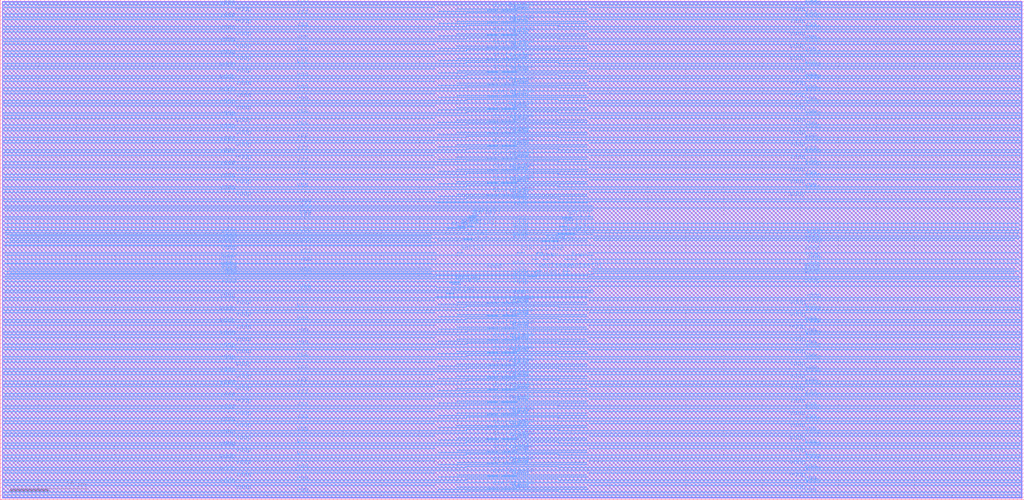
<source format=lef>
#############################################################################################
## Intel Confidential                                                                      ##
#############################################################################################
## Copyright 2022 Intel Corporation. The information contained herein is the proprietary   ##
## and confidential information of Intel or its licensors, and is supplied subject to, and ##
## may be used only in accordance with, previously executed agreements with Intel.         ##
## EXCEPT AS MAY OTHERWISE BE AGREED IN WRITING: (1) ALL MATERIALS FURNISHED BY INTEL      ##
## HEREUNDER ARE PROVIDED "AS IS" WITHOUT WARRANTY OF ANY KIND; (2) INTEL SPECIFICALLY     ##
## DISCLAIMS ANY WARRANTY OF NONINFRINGEMENT, FITNESS FOR A PARTICULAR PURPOSE OR          ##
## MERCHANTABILITY; AND (3) INTEL WILL NOT BE LIABLE FOR ANY COSTS OF PROCUREMENT OF       ##
## SUBSTITUTES, LOSS OF PROFITS, INTERRUPTION OF BUSINESS, OR FOR ANY OTHER SPECIAL,       ##
## CONSEQUENTIAL OR INCIDENTAL DAMAGES, HOWEVER CAUSED, WHETHER FOR BREACH OF WARRANTY,    ##
## CONTRACT, TORT, NEGLIGENCE, STRICT LIABILITY OR OTHERWISE.                              ##
#############################################################################################
#############################################################################################
##                                                                                         ##
##  Vendor:                Intel Corporation                                               ##
##  Product:               ip224uhdlp1p11rf                                                ##
##  Version:               r1.0.1                                                          ##
##  Technology:            p1222.4                                                         ##
##  Celltype:              MemoryIP                                                        ##
##  IP Owner:              Intel CMO                                                       ##
##  Creation Time:         Wed Sep 14 2022 15:14:42                                        ##
##  Memory Name:           ip224uhdlp1p11rf_2048x32m4b2c1s0_t0r0p0d0a1m1h                  ##
##  Memory Name Generated: ip224uhdlp1p11rf_2048x32m4b2c1s0_t0r0p0d0a1m1h                  ##
##                                                                                         ##
#############################################################################################

VERSION 5.6 ;
BUSBITCHARS "[]" ;
DIVIDERCHAR "/" ;
UNITS
  DATABASE MICRONS 2000 ;
END UNITS
SITE ip224uhdlp1p11rf_2048x32m4b2c1s0_t0r0p0d0a1m1h
  SIZE 134.396 by 65.7 ;
  SYMMETRY X Y ;
  CLASS CORE ;
END ip224uhdlp1p11rf_2048x32m4b2c1s0_t0r0p0d0a1m1h


MACRO ip224uhdlp1p11rf_2048x32m4b2c1s0_t0r0p0d0a1m1h
     FOREIGN ip224uhdlp1p11rf_2048x32m4b2c1s0_t0r0p0d0a1m1h 0.00 0.00 ;
     ORIGIN 0.00 0.00 ;
     SIZE 134.396 by 65.7 ;
     SYMMETRY X Y ;
     CLASS BLOCK ;
     SITE ip224uhdlp1p11rf_2048x32m4b2c1s0_t0r0p0d0a1m1h ;
     PIN adr[0]
     DIRECTION input ;
          USE SIGNAL ;
          PORT
               LAYER m4 ;
               RECT 73.7555 37.004 74.9455 37.08 ;
          END
     END adr[0]
     PIN adr[10]
     DIRECTION input ;
          USE SIGNAL ;
          PORT
               LAYER m4 ;
               RECT 61.5735 37.3 62.525 37.376 ;
          END
     END adr[10]
     PIN adr[1]
     DIRECTION input ;
          USE SIGNAL ;
          PORT
               LAYER m4 ;
               RECT 73.3605 35.884 74.3475 35.96 ;
          END
     END adr[1]
     PIN adr[2]
     DIRECTION input ;
          USE SIGNAL ;
          PORT
               LAYER m4 ;
               RECT 73.186 34.928 74.36 35.004 ;
          END
     END adr[2]
     PIN adr[3]
     DIRECTION input ;
          USE SIGNAL ;
          PORT
               LAYER m4 ;
               RECT 74.44 34.928 75.39 35.004 ;
          END
     END adr[3]
     PIN adr[4]
     DIRECTION input ;
          USE SIGNAL ;
          PORT
               LAYER m4 ;
               RECT 58.641 27.04 59.598 27.116 ;
          END
     END adr[4]
     PIN adr[5]
     DIRECTION input ;
          USE SIGNAL ;
          PORT
               LAYER m4 ;
               RECT 59.9225 32.406 60.862 32.462 ;
          END
     END adr[5]
     PIN adr[6]
     DIRECTION input ;
          USE SIGNAL ;
          PORT
               LAYER m4 ;
               RECT 59.362 28.306 60.4255 28.382 ;
          END
     END adr[6]
     PIN adr[7]
     DIRECTION input ;
          USE SIGNAL ;
          PORT
               LAYER m4 ;
               RECT 58.988 28.456 60.337 28.532 ;
          END
     END adr[7]
     PIN adr[8]
     DIRECTION input ;
          USE SIGNAL ;
          PORT
               LAYER m4 ;
               RECT 61.291 35.884 62.2155 35.96 ;
          END
     END adr[8]
     PIN adr[9]
     DIRECTION input ;
          USE SIGNAL ;
          PORT
               LAYER m4 ;
               RECT 61.303 37.004 62.433 37.08 ;
          END
     END adr[9]
     PIN clkbyp
     DIRECTION input ;
          USE SIGNAL ;
          PORT
               LAYER m4 ;
               RECT 70.363 32.406 71.2155 32.462 ;
          END
     END clkbyp
     PIN din[0]
     DIRECTION input ;
          USE SIGNAL ;
          PORT
               LAYER m4 ;
               RECT 63.9205 64.268 65.283 64.376 ;
          END
     END din[0]
     PIN din[10]
     DIRECTION input ;
          USE SIGNAL ;
          PORT
               LAYER m4 ;
               RECT 63.9205 48.068 65.283 48.176 ;
          END
     END din[10]
     PIN din[11]
     DIRECTION input ;
          USE SIGNAL ;
          PORT
               LAYER m4 ;
               RECT 63.9205 46.448 65.283 46.556 ;
          END
     END din[11]
     PIN din[12]
     DIRECTION input ;
          USE SIGNAL ;
          PORT
               LAYER m4 ;
               RECT 63.9205 44.828 65.283 44.936 ;
          END
     END din[12]
     PIN din[13]
     DIRECTION input ;
          USE SIGNAL ;
          PORT
               LAYER m4 ;
               RECT 63.9205 43.208 65.283 43.316 ;
          END
     END din[13]
     PIN din[14]
     DIRECTION input ;
          USE SIGNAL ;
          PORT
               LAYER m4 ;
               RECT 63.9205 41.588 65.283 41.696 ;
          END
     END din[14]
     PIN din[15]
     DIRECTION input ;
          USE SIGNAL ;
          PORT
               LAYER m4 ;
               RECT 63.9205 39.968 65.283 40.076 ;
          END
     END din[15]
     PIN din[16]
     DIRECTION input ;
          USE SIGNAL ;
          PORT
               LAYER m4 ;
               RECT 63.9205 25.748 65.283 25.856 ;
          END
     END din[16]
     PIN din[17]
     DIRECTION input ;
          USE SIGNAL ;
          PORT
               LAYER m4 ;
               RECT 63.9205 24.128 65.283 24.236 ;
          END
     END din[17]
     PIN din[18]
     DIRECTION input ;
          USE SIGNAL ;
          PORT
               LAYER m4 ;
               RECT 63.9205 22.508 65.283 22.616 ;
          END
     END din[18]
     PIN din[19]
     DIRECTION input ;
          USE SIGNAL ;
          PORT
               LAYER m4 ;
               RECT 63.9205 20.888 65.283 20.996 ;
          END
     END din[19]
     PIN din[1]
     DIRECTION input ;
          USE SIGNAL ;
          PORT
               LAYER m4 ;
               RECT 63.9205 62.648 65.283 62.756 ;
          END
     END din[1]
     PIN din[20]
     DIRECTION input ;
          USE SIGNAL ;
          PORT
               LAYER m4 ;
               RECT 63.9205 19.268 65.283 19.376 ;
          END
     END din[20]
     PIN din[21]
     DIRECTION input ;
          USE SIGNAL ;
          PORT
               LAYER m4 ;
               RECT 63.9205 17.648 65.283 17.756 ;
          END
     END din[21]
     PIN din[22]
     DIRECTION input ;
          USE SIGNAL ;
          PORT
               LAYER m4 ;
               RECT 63.9205 16.028 65.283 16.136 ;
          END
     END din[22]
     PIN din[23]
     DIRECTION input ;
          USE SIGNAL ;
          PORT
               LAYER m4 ;
               RECT 63.9205 14.408 65.283 14.516 ;
          END
     END din[23]
     PIN din[24]
     DIRECTION input ;
          USE SIGNAL ;
          PORT
               LAYER m4 ;
               RECT 63.9205 12.788 65.283 12.896 ;
          END
     END din[24]
     PIN din[25]
     DIRECTION input ;
          USE SIGNAL ;
          PORT
               LAYER m4 ;
               RECT 63.9205 11.168 65.283 11.276 ;
          END
     END din[25]
     PIN din[26]
     DIRECTION input ;
          USE SIGNAL ;
          PORT
               LAYER m4 ;
               RECT 63.9205 9.548 65.283 9.656 ;
          END
     END din[26]
     PIN din[27]
     DIRECTION input ;
          USE SIGNAL ;
          PORT
               LAYER m4 ;
               RECT 63.9205 7.928 65.283 8.036 ;
          END
     END din[27]
     PIN din[28]
     DIRECTION input ;
          USE SIGNAL ;
          PORT
               LAYER m4 ;
               RECT 63.9205 6.308 65.283 6.416 ;
          END
     END din[28]
     PIN din[29]
     DIRECTION input ;
          USE SIGNAL ;
          PORT
               LAYER m4 ;
               RECT 63.9205 4.688 65.283 4.796 ;
          END
     END din[29]
     PIN din[2]
     DIRECTION input ;
          USE SIGNAL ;
          PORT
               LAYER m4 ;
               RECT 63.9205 61.028 65.283 61.136 ;
          END
     END din[2]
     PIN din[30]
     DIRECTION input ;
          USE SIGNAL ;
          PORT
               LAYER m4 ;
               RECT 63.9205 3.068 65.283 3.176 ;
          END
     END din[30]
     PIN din[31]
     DIRECTION input ;
          USE SIGNAL ;
          PORT
               LAYER m4 ;
               RECT 63.9205 1.448 65.283 1.556 ;
          END
     END din[31]
     PIN din[3]
     DIRECTION input ;
          USE SIGNAL ;
          PORT
               LAYER m4 ;
               RECT 63.9205 59.408 65.283 59.516 ;
          END
     END din[3]
     PIN din[4]
     DIRECTION input ;
          USE SIGNAL ;
          PORT
               LAYER m4 ;
               RECT 63.9205 57.788 65.283 57.896 ;
          END
     END din[4]
     PIN din[5]
     DIRECTION input ;
          USE SIGNAL ;
          PORT
               LAYER m4 ;
               RECT 63.9205 56.168 65.283 56.276 ;
          END
     END din[5]
     PIN din[6]
     DIRECTION input ;
          USE SIGNAL ;
          PORT
               LAYER m4 ;
               RECT 63.9205 54.548 65.283 54.656 ;
          END
     END din[6]
     PIN din[7]
     DIRECTION input ;
          USE SIGNAL ;
          PORT
               LAYER m4 ;
               RECT 63.9205 52.928 65.283 53.036 ;
          END
     END din[7]
     PIN din[8]
     DIRECTION input ;
          USE SIGNAL ;
          PORT
               LAYER m4 ;
               RECT 63.9205 51.308 65.283 51.416 ;
          END
     END din[8]
     PIN din[9]
     DIRECTION input ;
          USE SIGNAL ;
          PORT
               LAYER m4 ;
               RECT 63.9205 49.688 65.283 49.796 ;
          END
     END din[9]
     PIN fwen
     DIRECTION input ;
          USE SIGNAL ;
          PORT
               LAYER m4 ;
               RECT 74.0155 31.57 75.702 31.626 ;
          END
     END fwen
     PIN mc[0]
     DIRECTION input ;
          USE SIGNAL ;
          PORT
               LAYER m4 ;
               RECT 60.84 34.204 61.879 34.28 ;
          END
     END mc[0]
     PIN mc[1]
     DIRECTION input ;
          USE SIGNAL ;
          PORT
               LAYER m4 ;
               RECT 58.62 35.62 59.848 35.696 ;
          END
     END mc[1]
     PIN mc[2]
     DIRECTION input ;
          USE SIGNAL ;
          PORT
               LAYER m4 ;
               RECT 59.979 35.62 61.121 35.696 ;
          END
     END mc[2]
     PIN mcen
     DIRECTION input ;
          USE SIGNAL ;
          PORT
               LAYER m4 ;
               RECT 60.0765 35.884 61.013 35.96 ;
          END
     END mcen
     PIN q[0]
     DIRECTION output ;
          USE SIGNAL ;
          PORT
               LAYER m4 ;
               RECT 65.8185 64.268 67.7695 64.376 ;
          END
     END q[0]
     PIN q[10]
     DIRECTION output ;
          USE SIGNAL ;
          PORT
               LAYER m4 ;
               RECT 65.8185 48.068 67.7695 48.176 ;
          END
     END q[10]
     PIN q[11]
     DIRECTION output ;
          USE SIGNAL ;
          PORT
               LAYER m4 ;
               RECT 65.8185 46.448 67.7695 46.556 ;
          END
     END q[11]
     PIN q[12]
     DIRECTION output ;
          USE SIGNAL ;
          PORT
               LAYER m4 ;
               RECT 65.8185 44.828 67.7695 44.936 ;
          END
     END q[12]
     PIN q[13]
     DIRECTION output ;
          USE SIGNAL ;
          PORT
               LAYER m4 ;
               RECT 65.8185 43.208 67.7695 43.316 ;
          END
     END q[13]
     PIN q[14]
     DIRECTION output ;
          USE SIGNAL ;
          PORT
               LAYER m4 ;
               RECT 65.8185 41.588 67.7695 41.696 ;
          END
     END q[14]
     PIN q[15]
     DIRECTION output ;
          USE SIGNAL ;
          PORT
               LAYER m4 ;
               RECT 65.8185 39.968 67.7695 40.076 ;
          END
     END q[15]
     PIN q[16]
     DIRECTION output ;
          USE SIGNAL ;
          PORT
               LAYER m4 ;
               RECT 65.8185 25.748 67.7695 25.856 ;
          END
     END q[16]
     PIN q[17]
     DIRECTION output ;
          USE SIGNAL ;
          PORT
               LAYER m4 ;
               RECT 65.8185 24.128 67.7695 24.236 ;
          END
     END q[17]
     PIN q[18]
     DIRECTION output ;
          USE SIGNAL ;
          PORT
               LAYER m4 ;
               RECT 65.8185 22.508 67.7695 22.616 ;
          END
     END q[18]
     PIN q[19]
     DIRECTION output ;
          USE SIGNAL ;
          PORT
               LAYER m4 ;
               RECT 65.8185 20.888 67.7695 20.996 ;
          END
     END q[19]
     PIN q[1]
     DIRECTION output ;
          USE SIGNAL ;
          PORT
               LAYER m4 ;
               RECT 65.8185 62.648 67.7695 62.756 ;
          END
     END q[1]
     PIN q[20]
     DIRECTION output ;
          USE SIGNAL ;
          PORT
               LAYER m4 ;
               RECT 65.8185 19.268 67.7695 19.376 ;
          END
     END q[20]
     PIN q[21]
     DIRECTION output ;
          USE SIGNAL ;
          PORT
               LAYER m4 ;
               RECT 65.8185 17.648 67.7695 17.756 ;
          END
     END q[21]
     PIN q[22]
     DIRECTION output ;
          USE SIGNAL ;
          PORT
               LAYER m4 ;
               RECT 65.8185 16.028 67.7695 16.136 ;
          END
     END q[22]
     PIN q[23]
     DIRECTION output ;
          USE SIGNAL ;
          PORT
               LAYER m4 ;
               RECT 65.8185 14.408 67.7695 14.516 ;
          END
     END q[23]
     PIN q[24]
     DIRECTION output ;
          USE SIGNAL ;
          PORT
               LAYER m4 ;
               RECT 65.8185 12.788 67.7695 12.896 ;
          END
     END q[24]
     PIN q[25]
     DIRECTION output ;
          USE SIGNAL ;
          PORT
               LAYER m4 ;
               RECT 65.8185 11.168 67.7695 11.276 ;
          END
     END q[25]
     PIN q[26]
     DIRECTION output ;
          USE SIGNAL ;
          PORT
               LAYER m4 ;
               RECT 65.8185 9.548 67.7695 9.656 ;
          END
     END q[26]
     PIN q[27]
     DIRECTION output ;
          USE SIGNAL ;
          PORT
               LAYER m4 ;
               RECT 65.8185 7.928 67.7695 8.036 ;
          END
     END q[27]
     PIN q[28]
     DIRECTION output ;
          USE SIGNAL ;
          PORT
               LAYER m4 ;
               RECT 65.8185 6.308 67.7695 6.416 ;
          END
     END q[28]
     PIN q[29]
     DIRECTION output ;
          USE SIGNAL ;
          PORT
               LAYER m4 ;
               RECT 65.8185 4.688 67.7695 4.796 ;
          END
     END q[29]
     PIN q[2]
     DIRECTION output ;
          USE SIGNAL ;
          PORT
               LAYER m4 ;
               RECT 65.8185 61.028 67.7695 61.136 ;
          END
     END q[2]
     PIN q[30]
     DIRECTION output ;
          USE SIGNAL ;
          PORT
               LAYER m4 ;
               RECT 65.8185 3.068 67.7695 3.176 ;
          END
     END q[30]
     PIN q[31]
     DIRECTION output ;
          USE SIGNAL ;
          PORT
               LAYER m4 ;
               RECT 65.8185 1.448 67.7695 1.556 ;
          END
     END q[31]
     PIN q[3]
     DIRECTION output ;
          USE SIGNAL ;
          PORT
               LAYER m4 ;
               RECT 65.8185 59.408 67.7695 59.516 ;
          END
     END q[3]
     PIN q[4]
     DIRECTION output ;
          USE SIGNAL ;
          PORT
               LAYER m4 ;
               RECT 65.8185 57.788 67.7695 57.896 ;
          END
     END q[4]
     PIN q[5]
     DIRECTION output ;
          USE SIGNAL ;
          PORT
               LAYER m4 ;
               RECT 65.8185 56.168 67.7695 56.276 ;
          END
     END q[5]
     PIN q[6]
     DIRECTION output ;
          USE SIGNAL ;
          PORT
               LAYER m4 ;
               RECT 65.8185 54.548 67.7695 54.656 ;
          END
     END q[6]
     PIN q[7]
     DIRECTION output ;
          USE SIGNAL ;
          PORT
               LAYER m4 ;
               RECT 65.8185 52.928 67.7695 53.036 ;
          END
     END q[7]
     PIN q[8]
     DIRECTION output ;
          USE SIGNAL ;
          PORT
               LAYER m4 ;
               RECT 65.8185 51.308 67.7695 51.416 ;
          END
     END q[8]
     PIN q[9]
     DIRECTION output ;
          USE SIGNAL ;
          PORT
               LAYER m4 ;
               RECT 65.8185 49.688 67.7695 49.796 ;
          END
     END q[9]
     PIN ren
     DIRECTION input ;
          USE SIGNAL ;
          PORT
               LAYER m4 ;
               RECT 69.746 31.57 70.6515 31.626 ;
          END
     END ren
     PIN wa[0]
     DIRECTION input ;
          USE SIGNAL ;
          PORT
               LAYER m4 ;
               RECT 72.308 33.938 73.2725 33.994 ;
          END
     END wa[0]
     PIN wa[1]
     DIRECTION input ;
          USE SIGNAL ;
          PORT
               LAYER m4 ;
               RECT 71.0955 33.938 72.126 33.994 ;
          END
     END wa[1]
     PIN wen
     DIRECTION input ;
          USE SIGNAL ;
          PORT
               LAYER m4 ;
               RECT 71.21 31.57 72.098 31.626 ;
          END
     END wen
     PIN wpulse[0]
     DIRECTION input ;
          USE SIGNAL ;
          PORT
               LAYER m4 ;
               RECT 73.835 30.004 74.8205 30.08 ;
          END
     END wpulse[0]
     PIN wpulse[1]
     DIRECTION input ;
          USE SIGNAL ;
          PORT
               LAYER m4 ;
               RECT 69.3545 29.28 70.398 29.356 ;
          END
     END wpulse[1]
     PIN wpulseen
     DIRECTION input ;
          USE SIGNAL ;
          PORT
               LAYER m4 ;
               RECT 70.1605 30.004 71.047 30.08 ;
          END
     END wpulseen
     PIN clk
     DIRECTION input ;
          USE CLOCK ;
          PORT
               LAYER m4 ;
               RECT 67.8205 32.406 68.8525 32.462 ;
          END
     END clk
     PIN vddp
     SHAPE ABUTMENT ;
     DIRECTION input ;
          USE POWER ;
          PORT
               LAYER m4 ;
               RECT 0.48 0.958 61.218 1.034 ;
          END
          PORT
               LAYER m4 ;
               RECT 0.48 1.846 57.036 1.922 ;
          END
          PORT
               LAYER m4 ;
               RECT 0.48 10.678 61.218 10.754 ;
          END
          PORT
               LAYER m4 ;
               RECT 0.48 11.566 57.036 11.642 ;
          END
          PORT
               LAYER m4 ;
               RECT 0.48 12.298 61.218 12.374 ;
          END
          PORT
               LAYER m4 ;
               RECT 0.48 13.186 57.036 13.262 ;
          END
          PORT
               LAYER m4 ;
               RECT 0.48 13.918 61.218 13.994 ;
          END
          PORT
               LAYER m4 ;
               RECT 0.48 14.806 57.036 14.882 ;
          END
          PORT
               LAYER m4 ;
               RECT 0.48 15.538 61.218 15.614 ;
          END
          PORT
               LAYER m4 ;
               RECT 0.48 16.426 57.036 16.502 ;
          END
          PORT
               LAYER m4 ;
               RECT 0.48 17.158 61.218 17.234 ;
          END
          PORT
               LAYER m4 ;
               RECT 0.48 18.046 57.036 18.122 ;
          END
          PORT
               LAYER m4 ;
               RECT 0.48 18.778 61.218 18.854 ;
          END
          PORT
               LAYER m4 ;
               RECT 0.48 19.666 57.036 19.742 ;
          END
          PORT
               LAYER m4 ;
               RECT 0.48 2.578 61.218 2.654 ;
          END
          PORT
               LAYER m4 ;
               RECT 0.48 20.398 61.218 20.474 ;
          END
          PORT
               LAYER m4 ;
               RECT 0.48 21.286 57.036 21.362 ;
          END
          PORT
               LAYER m4 ;
               RECT 0.48 22.018 61.218 22.094 ;
          END
          PORT
               LAYER m4 ;
               RECT 0.48 22.906 57.036 22.982 ;
          END
          PORT
               LAYER m4 ;
               RECT 0.48 23.638 61.218 23.714 ;
          END
          PORT
               LAYER m4 ;
               RECT 0.48 24.526 57.036 24.602 ;
          END
          PORT
               LAYER m4 ;
               RECT 0.48 25.258 61.218 25.334 ;
          END
          PORT
               LAYER m4 ;
               RECT 0.48 26.146 57.036 26.222 ;
          END
          PORT
               LAYER m4 ;
               RECT 0.48 3.466 57.036 3.542 ;
          END
          PORT
               LAYER m4 ;
               RECT 0.48 39.478 61.218 39.554 ;
          END
          PORT
               LAYER m4 ;
               RECT 0.48 4.198 61.218 4.274 ;
          END
          PORT
               LAYER m4 ;
               RECT 0.48 40.366 57.036 40.442 ;
          END
          PORT
               LAYER m4 ;
               RECT 0.48 41.098 61.218 41.174 ;
          END
          PORT
               LAYER m4 ;
               RECT 0.48 41.986 57.036 42.062 ;
          END
          PORT
               LAYER m4 ;
               RECT 0.48 42.718 61.218 42.794 ;
          END
          PORT
               LAYER m4 ;
               RECT 0.48 43.606 57.036 43.682 ;
          END
          PORT
               LAYER m4 ;
               RECT 0.48 44.338 61.218 44.414 ;
          END
          PORT
               LAYER m4 ;
               RECT 0.48 45.226 57.036 45.302 ;
          END
          PORT
               LAYER m4 ;
               RECT 0.48 45.958 61.218 46.034 ;
          END
          PORT
               LAYER m4 ;
               RECT 0.48 46.846 57.036 46.922 ;
          END
          PORT
               LAYER m4 ;
               RECT 0.48 47.578 61.218 47.654 ;
          END
          PORT
               LAYER m4 ;
               RECT 0.48 48.466 57.036 48.542 ;
          END
          PORT
               LAYER m4 ;
               RECT 0.48 49.198 61.218 49.274 ;
          END
          PORT
               LAYER m4 ;
               RECT 0.48 5.086 57.036 5.162 ;
          END
          PORT
               LAYER m4 ;
               RECT 0.48 5.818 61.218 5.894 ;
          END
          PORT
               LAYER m4 ;
               RECT 0.48 50.086 57.036 50.162 ;
          END
          PORT
               LAYER m4 ;
               RECT 0.48 50.818 61.218 50.894 ;
          END
          PORT
               LAYER m4 ;
               RECT 0.48 51.706 57.036 51.782 ;
          END
          PORT
               LAYER m4 ;
               RECT 0.48 52.438 61.218 52.514 ;
          END
          PORT
               LAYER m4 ;
               RECT 0.48 53.326 57.036 53.402 ;
          END
          PORT
               LAYER m4 ;
               RECT 0.48 54.058 61.218 54.134 ;
          END
          PORT
               LAYER m4 ;
               RECT 0.48 54.946 57.036 55.022 ;
          END
          PORT
               LAYER m4 ;
               RECT 0.48 55.678 61.218 55.754 ;
          END
          PORT
               LAYER m4 ;
               RECT 0.48 56.566 57.036 56.642 ;
          END
          PORT
               LAYER m4 ;
               RECT 0.48 57.298 61.218 57.374 ;
          END
          PORT
               LAYER m4 ;
               RECT 0.48 58.186 57.036 58.262 ;
          END
          PORT
               LAYER m4 ;
               RECT 0.48 58.918 61.218 58.994 ;
          END
          PORT
               LAYER m4 ;
               RECT 0.48 59.806 57.036 59.882 ;
          END
          PORT
               LAYER m4 ;
               RECT 0.48 6.706 57.036 6.782 ;
          END
          PORT
               LAYER m4 ;
               RECT 0.48 60.538 61.218 60.614 ;
          END
          PORT
               LAYER m4 ;
               RECT 0.48 61.426 57.036 61.502 ;
          END
          PORT
               LAYER m4 ;
               RECT 0.48 62.158 61.218 62.234 ;
          END
          PORT
               LAYER m4 ;
               RECT 0.48 63.046 57.036 63.122 ;
          END
          PORT
               LAYER m4 ;
               RECT 0.48 63.778 61.218 63.854 ;
          END
          PORT
               LAYER m4 ;
               RECT 0.48 64.666 57.036 64.742 ;
          END
          PORT
               LAYER m4 ;
               RECT 0.48 7.438 61.218 7.514 ;
          END
          PORT
               LAYER m4 ;
               RECT 0.48 8.326 57.036 8.402 ;
          END
          PORT
               LAYER m4 ;
               RECT 0.48 9.058 61.218 9.134 ;
          END
          PORT
               LAYER m4 ;
               RECT 0.48 9.946 57.036 10.022 ;
          END
          PORT
               LAYER m4 ;
               RECT 0.616 28.028 57.208 28.104 ;
          END
          PORT
               LAYER m4 ;
               RECT 0.616 28.588 133.78 28.664 ;
          END
          PORT
               LAYER m4 ;
               RECT 0.616 28.984 133.78 29.06 ;
          END
          PORT
               LAYER m4 ;
               RECT 0.616 29.28 57.208 29.356 ;
          END
          PORT
               LAYER m4 ;
               RECT 0.616 30.004 57.208 30.08 ;
          END
          PORT
               LAYER m4 ;
               RECT 0.616 31.072 56.56 31.116 ;
          END
          PORT
               LAYER m4 ;
               RECT 0.616 31.57 57.208 31.626 ;
          END
          PORT
               LAYER m4 ;
               RECT 0.616 32.406 57.208 32.462 ;
          END
          PORT
               LAYER m4 ;
               RECT 0.616 33.324 56.56 33.368 ;
          END
          PORT
               LAYER m4 ;
               RECT 0.616 34.336 133.78 34.412 ;
          END
          PORT
               LAYER m4 ;
               RECT 0.616 35.06 133.78 35.136 ;
          END
          PORT
               LAYER m4 ;
               RECT 0.616 35.356 133.78 35.432 ;
          END
          PORT
               LAYER m4 ;
               RECT 0.616 35.752 133.78 35.828 ;
          END
          PORT
               LAYER m4 ;
               RECT 0.616 36.312 133.78 36.388 ;
          END
          PORT
               LAYER m4 ;
               RECT 0.616 38.256 133.78 38.364 ;
          END
          PORT
               LAYER m4 ;
               RECT 1.264 29.712 56.56 29.82 ;
          END
          PORT
               LAYER m4 ;
               RECT 1.264 30.268 56.56 30.376 ;
          END
          PORT
               LAYER m4 ;
               RECT 1.264 34.04 56.56 34.148 ;
          END
          PORT
               LAYER m4 ;
               RECT 1.264 34.596 56.56 34.704 ;
          END
          PORT
               LAYER m4 ;
               RECT 57.248 26.644 77.148 26.72 ;
          END
          PORT
               LAYER m4 ;
               RECT 57.248 27.896 77.148 27.972 ;
          END
          PORT
               LAYER m4 ;
               RECT 57.248 29.412 77.148 29.488 ;
          END
          PORT
               LAYER m4 ;
               RECT 57.248 38.98 77.148 39.056 ;
          END
          PORT
               LAYER m4 ;
               RECT 57.317 30.004 70.0805 30.08 ;
          END
          PORT
               LAYER m4 ;
               RECT 57.348 34.05 77.1075 34.126 ;
          END
          PORT
               LAYER m4 ;
               RECT 57.503 1.324 77.033 1.4 ;
          END
          PORT
               LAYER m4 ;
               RECT 57.503 11.044 77.033 11.12 ;
          END
          PORT
               LAYER m4 ;
               RECT 57.503 12.664 77.033 12.74 ;
          END
          PORT
               LAYER m4 ;
               RECT 57.503 14.284 77.033 14.36 ;
          END
          PORT
               LAYER m4 ;
               RECT 57.503 15.904 77.033 15.98 ;
          END
          PORT
               LAYER m4 ;
               RECT 57.503 17.524 77.033 17.6 ;
          END
          PORT
               LAYER m4 ;
               RECT 57.503 19.144 77.033 19.22 ;
          END
          PORT
               LAYER m4 ;
               RECT 57.503 2.944 77.033 3.02 ;
          END
          PORT
               LAYER m4 ;
               RECT 57.503 20.764 77.033 20.84 ;
          END
          PORT
               LAYER m4 ;
               RECT 57.503 22.384 77.033 22.46 ;
          END
          PORT
               LAYER m4 ;
               RECT 57.503 24.004 77.033 24.08 ;
          END
          PORT
               LAYER m4 ;
               RECT 57.503 25.624 77.033 25.7 ;
          END
          PORT
               LAYER m4 ;
               RECT 57.503 39.844 77.033 39.92 ;
          END
          PORT
               LAYER m4 ;
               RECT 57.503 4.564 77.033 4.64 ;
          END
          PORT
               LAYER m4 ;
               RECT 57.503 41.464 77.033 41.54 ;
          END
          PORT
               LAYER m4 ;
               RECT 57.503 43.084 77.033 43.16 ;
          END
          PORT
               LAYER m4 ;
               RECT 57.503 44.704 77.033 44.78 ;
          END
          PORT
               LAYER m4 ;
               RECT 57.503 46.324 77.033 46.4 ;
          END
          PORT
               LAYER m4 ;
               RECT 57.503 47.944 77.033 48.02 ;
          END
          PORT
               LAYER m4 ;
               RECT 57.503 49.564 77.033 49.64 ;
          END
          PORT
               LAYER m4 ;
               RECT 57.503 51.184 77.033 51.26 ;
          END
          PORT
               LAYER m4 ;
               RECT 57.503 52.804 77.033 52.88 ;
          END
          PORT
               LAYER m4 ;
               RECT 57.503 54.424 77.033 54.5 ;
          END
          PORT
               LAYER m4 ;
               RECT 57.503 56.044 77.033 56.12 ;
          END
          PORT
               LAYER m4 ;
               RECT 57.503 57.664 77.033 57.74 ;
          END
          PORT
               LAYER m4 ;
               RECT 57.503 59.284 77.033 59.36 ;
          END
          PORT
               LAYER m4 ;
               RECT 57.503 6.184 77.033 6.26 ;
          END
          PORT
               LAYER m4 ;
               RECT 57.503 60.904 77.033 60.98 ;
          END
          PORT
               LAYER m4 ;
               RECT 57.503 62.524 77.033 62.6 ;
          END
          PORT
               LAYER m4 ;
               RECT 57.503 64.144 77.033 64.22 ;
          END
          PORT
               LAYER m4 ;
               RECT 57.503 7.804 77.033 7.88 ;
          END
          PORT
               LAYER m4 ;
               RECT 57.503 9.424 77.033 9.5 ;
          END
          PORT
               LAYER m4 ;
               RECT 61.142 1.08 73.295 1.156 ;
          END
          PORT
               LAYER m4 ;
               RECT 61.142 10.8 73.295 10.876 ;
          END
          PORT
               LAYER m4 ;
               RECT 61.142 12.42 73.295 12.496 ;
          END
          PORT
               LAYER m4 ;
               RECT 61.142 14.04 73.295 14.116 ;
          END
          PORT
               LAYER m4 ;
               RECT 61.142 15.66 73.295 15.736 ;
          END
          PORT
               LAYER m4 ;
               RECT 61.142 17.28 73.295 17.356 ;
          END
          PORT
               LAYER m4 ;
               RECT 61.142 18.9 73.295 18.976 ;
          END
          PORT
               LAYER m4 ;
               RECT 61.142 2.7 73.295 2.776 ;
          END
          PORT
               LAYER m4 ;
               RECT 61.142 20.52 73.295 20.596 ;
          END
          PORT
               LAYER m4 ;
               RECT 61.142 22.14 73.295 22.216 ;
          END
          PORT
               LAYER m4 ;
               RECT 61.142 23.76 73.295 23.836 ;
          END
          PORT
               LAYER m4 ;
               RECT 61.142 25.38 73.295 25.456 ;
          END
          PORT
               LAYER m4 ;
               RECT 61.142 39.6 73.295 39.676 ;
          END
          PORT
               LAYER m4 ;
               RECT 61.142 4.32 73.295 4.396 ;
          END
          PORT
               LAYER m4 ;
               RECT 61.142 41.22 73.295 41.296 ;
          END
          PORT
               LAYER m4 ;
               RECT 61.142 42.84 73.295 42.916 ;
          END
          PORT
               LAYER m4 ;
               RECT 61.142 44.46 73.295 44.536 ;
          END
          PORT
               LAYER m4 ;
               RECT 61.142 46.08 73.295 46.156 ;
          END
          PORT
               LAYER m4 ;
               RECT 61.142 47.7 73.295 47.776 ;
          END
          PORT
               LAYER m4 ;
               RECT 61.142 49.32 73.295 49.396 ;
          END
          PORT
               LAYER m4 ;
               RECT 61.142 5.94 73.295 6.016 ;
          END
          PORT
               LAYER m4 ;
               RECT 61.142 50.94 73.295 51.016 ;
          END
          PORT
               LAYER m4 ;
               RECT 61.142 52.56 73.295 52.636 ;
          END
          PORT
               LAYER m4 ;
               RECT 61.142 54.18 73.295 54.256 ;
          END
          PORT
               LAYER m4 ;
               RECT 61.142 55.8 73.295 55.876 ;
          END
          PORT
               LAYER m4 ;
               RECT 61.142 57.42 73.295 57.496 ;
          END
          PORT
               LAYER m4 ;
               RECT 61.142 59.04 73.295 59.116 ;
          END
          PORT
               LAYER m4 ;
               RECT 61.142 60.66 73.295 60.736 ;
          END
          PORT
               LAYER m4 ;
               RECT 61.142 62.28 73.295 62.356 ;
          END
          PORT
               LAYER m4 ;
               RECT 61.142 63.9 73.295 63.976 ;
          END
          PORT
               LAYER m4 ;
               RECT 61.142 7.56 73.295 7.636 ;
          END
          PORT
               LAYER m4 ;
               RECT 61.142 9.18 73.295 9.256 ;
          END
          PORT
               LAYER m4 ;
               RECT 73.219 0.958 133.916 1.034 ;
          END
          PORT
               LAYER m4 ;
               RECT 73.219 10.678 133.916 10.754 ;
          END
          PORT
               LAYER m4 ;
               RECT 73.219 12.298 133.916 12.374 ;
          END
          PORT
               LAYER m4 ;
               RECT 73.219 13.918 133.916 13.994 ;
          END
          PORT
               LAYER m4 ;
               RECT 73.219 15.538 133.916 15.614 ;
          END
          PORT
               LAYER m4 ;
               RECT 73.219 17.158 133.916 17.234 ;
          END
          PORT
               LAYER m4 ;
               RECT 73.219 18.778 133.916 18.854 ;
          END
          PORT
               LAYER m4 ;
               RECT 73.219 2.578 133.916 2.654 ;
          END
          PORT
               LAYER m4 ;
               RECT 73.219 20.398 133.916 20.474 ;
          END
          PORT
               LAYER m4 ;
               RECT 73.219 22.018 133.916 22.094 ;
          END
          PORT
               LAYER m4 ;
               RECT 73.219 23.638 133.916 23.714 ;
          END
          PORT
               LAYER m4 ;
               RECT 73.219 25.258 133.916 25.334 ;
          END
          PORT
               LAYER m4 ;
               RECT 73.219 39.478 133.916 39.554 ;
          END
          PORT
               LAYER m4 ;
               RECT 73.219 4.198 133.916 4.274 ;
          END
          PORT
               LAYER m4 ;
               RECT 73.219 41.098 133.916 41.174 ;
          END
          PORT
               LAYER m4 ;
               RECT 73.219 42.718 133.916 42.794 ;
          END
          PORT
               LAYER m4 ;
               RECT 73.219 44.338 133.916 44.414 ;
          END
          PORT
               LAYER m4 ;
               RECT 73.219 45.958 133.916 46.034 ;
          END
          PORT
               LAYER m4 ;
               RECT 73.219 47.578 133.916 47.654 ;
          END
          PORT
               LAYER m4 ;
               RECT 73.219 49.198 133.916 49.274 ;
          END
          PORT
               LAYER m4 ;
               RECT 73.219 5.818 133.916 5.894 ;
          END
          PORT
               LAYER m4 ;
               RECT 73.219 50.818 133.916 50.894 ;
          END
          PORT
               LAYER m4 ;
               RECT 73.219 52.438 133.916 52.514 ;
          END
          PORT
               LAYER m4 ;
               RECT 73.219 54.058 133.916 54.134 ;
          END
          PORT
               LAYER m4 ;
               RECT 73.219 55.678 133.916 55.754 ;
          END
          PORT
               LAYER m4 ;
               RECT 73.219 57.298 133.916 57.374 ;
          END
          PORT
               LAYER m4 ;
               RECT 73.219 58.918 133.916 58.994 ;
          END
          PORT
               LAYER m4 ;
               RECT 73.219 60.538 133.916 60.614 ;
          END
          PORT
               LAYER m4 ;
               RECT 73.219 62.158 133.916 62.234 ;
          END
          PORT
               LAYER m4 ;
               RECT 73.219 63.778 133.916 63.854 ;
          END
          PORT
               LAYER m4 ;
               RECT 73.219 7.438 133.916 7.514 ;
          END
          PORT
               LAYER m4 ;
               RECT 73.219 9.058 133.916 9.134 ;
          END
          PORT
               LAYER m4 ;
               RECT 77.188 28.028 133.78 28.104 ;
          END
          PORT
               LAYER m4 ;
               RECT 77.188 30.004 133.78 30.08 ;
          END
          PORT
               LAYER m4 ;
               RECT 77.188 31.57 133.78 31.626 ;
          END
          PORT
               LAYER m4 ;
               RECT 77.188 32.406 133.78 32.462 ;
          END
          PORT
               LAYER m4 ;
               RECT 77.228 29.28 133.78 29.356 ;
          END
          PORT
               LAYER m4 ;
               RECT 77.293 1.846 133.916 1.922 ;
          END
          PORT
               LAYER m4 ;
               RECT 77.293 11.566 133.916 11.642 ;
          END
          PORT
               LAYER m4 ;
               RECT 77.293 13.186 133.916 13.262 ;
          END
          PORT
               LAYER m4 ;
               RECT 77.293 14.806 133.916 14.882 ;
          END
          PORT
               LAYER m4 ;
               RECT 77.293 16.426 133.916 16.502 ;
          END
          PORT
               LAYER m4 ;
               RECT 77.293 18.046 133.916 18.122 ;
          END
          PORT
               LAYER m4 ;
               RECT 77.293 19.666 133.916 19.742 ;
          END
          PORT
               LAYER m4 ;
               RECT 77.293 21.286 133.916 21.362 ;
          END
          PORT
               LAYER m4 ;
               RECT 77.293 22.906 133.916 22.982 ;
          END
          PORT
               LAYER m4 ;
               RECT 77.293 24.526 133.916 24.602 ;
          END
          PORT
               LAYER m4 ;
               RECT 77.293 26.146 133.916 26.222 ;
          END
          PORT
               LAYER m4 ;
               RECT 77.293 3.466 133.916 3.542 ;
          END
          PORT
               LAYER m4 ;
               RECT 77.293 40.366 133.916 40.442 ;
          END
          PORT
               LAYER m4 ;
               RECT 77.293 41.986 133.916 42.062 ;
          END
          PORT
               LAYER m4 ;
               RECT 77.293 43.606 133.916 43.682 ;
          END
          PORT
               LAYER m4 ;
               RECT 77.293 45.226 133.916 45.302 ;
          END
          PORT
               LAYER m4 ;
               RECT 77.293 46.846 133.916 46.922 ;
          END
          PORT
               LAYER m4 ;
               RECT 77.293 48.466 133.916 48.542 ;
          END
          PORT
               LAYER m4 ;
               RECT 77.293 5.086 133.916 5.162 ;
          END
          PORT
               LAYER m4 ;
               RECT 77.293 50.086 133.916 50.162 ;
          END
          PORT
               LAYER m4 ;
               RECT 77.293 51.706 133.916 51.782 ;
          END
          PORT
               LAYER m4 ;
               RECT 77.293 53.326 133.916 53.402 ;
          END
          PORT
               LAYER m4 ;
               RECT 77.293 54.946 133.916 55.022 ;
          END
          PORT
               LAYER m4 ;
               RECT 77.293 56.566 133.916 56.642 ;
          END
          PORT
               LAYER m4 ;
               RECT 77.293 58.186 133.916 58.262 ;
          END
          PORT
               LAYER m4 ;
               RECT 77.293 59.806 133.916 59.882 ;
          END
          PORT
               LAYER m4 ;
               RECT 77.293 6.706 133.916 6.782 ;
          END
          PORT
               LAYER m4 ;
               RECT 77.293 61.426 133.916 61.502 ;
          END
          PORT
               LAYER m4 ;
               RECT 77.293 63.046 133.916 63.122 ;
          END
          PORT
               LAYER m4 ;
               RECT 77.293 64.666 133.916 64.742 ;
          END
          PORT
               LAYER m4 ;
               RECT 77.293 8.326 133.916 8.402 ;
          END
          PORT
               LAYER m4 ;
               RECT 77.293 9.946 133.916 10.022 ;
          END
          PORT
               LAYER m4 ;
               RECT 77.836 29.712 133.132 29.82 ;
          END
          PORT
               LAYER m4 ;
               RECT 77.836 30.268 133.132 30.376 ;
          END
          PORT
               LAYER m4 ;
               RECT 77.836 31.072 133.78 31.116 ;
          END
          PORT
               LAYER m4 ;
               RECT 77.836 33.324 133.78 33.368 ;
          END
          PORT
               LAYER m4 ;
               RECT 77.836 34.04 133.132 34.148 ;
          END
          PORT
               LAYER m4 ;
               RECT 77.836 34.596 133.78 34.704 ;
          END
     END vddp
     PIN vss
     SHAPE ABUTMENT ;
     DIRECTION inout ;
          USE GROUND ;
          PORT
               LAYER m4 ;
               RECT 0.48 0.592 77.1815 0.668 ;
          END
          PORT
               LAYER m4 ;
               RECT 0.48 10.312 77.1815 10.388 ;
          END
          PORT
               LAYER m4 ;
               RECT 0.48 11.932 77.1815 12.008 ;
          END
          PORT
               LAYER m4 ;
               RECT 0.48 13.552 77.1815 13.628 ;
          END
          PORT
               LAYER m4 ;
               RECT 0.48 15.172 77.1815 15.248 ;
          END
          PORT
               LAYER m4 ;
               RECT 0.48 16.792 77.1815 16.868 ;
          END
          PORT
               LAYER m4 ;
               RECT 0.48 18.412 77.1815 18.488 ;
          END
          PORT
               LAYER m4 ;
               RECT 0.48 2.212 77.1815 2.288 ;
          END
          PORT
               LAYER m4 ;
               RECT 0.48 20.032 77.1815 20.108 ;
          END
          PORT
               LAYER m4 ;
               RECT 0.48 21.652 77.1815 21.728 ;
          END
          PORT
               LAYER m4 ;
               RECT 0.48 23.272 77.1815 23.348 ;
          END
          PORT
               LAYER m4 ;
               RECT 0.48 24.892 77.1815 24.968 ;
          END
          PORT
               LAYER m4 ;
               RECT 0.48 26.512 133.916 26.588 ;
          END
          PORT
               LAYER m4 ;
               RECT 0.48 3.832 77.1815 3.908 ;
          END
          PORT
               LAYER m4 ;
               RECT 0.48 39.112 133.916 39.188 ;
          END
          PORT
               LAYER m4 ;
               RECT 0.48 40.732 77.1815 40.808 ;
          END
          PORT
               LAYER m4 ;
               RECT 0.48 42.352 77.1815 42.428 ;
          END
          PORT
               LAYER m4 ;
               RECT 0.48 43.972 77.1815 44.048 ;
          END
          PORT
               LAYER m4 ;
               RECT 0.48 45.592 77.1815 45.668 ;
          END
          PORT
               LAYER m4 ;
               RECT 0.48 47.212 77.1815 47.288 ;
          END
          PORT
               LAYER m4 ;
               RECT 0.48 48.832 77.1815 48.908 ;
          END
          PORT
               LAYER m4 ;
               RECT 0.48 5.452 77.1815 5.528 ;
          END
          PORT
               LAYER m4 ;
               RECT 0.48 50.452 77.1815 50.528 ;
          END
          PORT
               LAYER m4 ;
               RECT 0.48 52.072 77.1815 52.148 ;
          END
          PORT
               LAYER m4 ;
               RECT 0.48 53.692 77.1815 53.768 ;
          END
          PORT
               LAYER m4 ;
               RECT 0.48 55.312 77.1815 55.388 ;
          END
          PORT
               LAYER m4 ;
               RECT 0.48 56.932 77.1815 57.008 ;
          END
          PORT
               LAYER m4 ;
               RECT 0.48 58.552 77.1815 58.628 ;
          END
          PORT
               LAYER m4 ;
               RECT 0.48 60.172 77.1815 60.248 ;
          END
          PORT
               LAYER m4 ;
               RECT 0.48 61.792 77.1815 61.868 ;
          END
          PORT
               LAYER m4 ;
               RECT 0.48 63.412 77.1815 63.488 ;
          END
          PORT
               LAYER m4 ;
               RECT 0.48 65.032 77.1815 65.108 ;
          END
          PORT
               LAYER m4 ;
               RECT 0.48 7.072 77.1815 7.148 ;
          END
          PORT
               LAYER m4 ;
               RECT 0.48 8.692 77.1815 8.768 ;
          END
          PORT
               LAYER m4 ;
               RECT 0.616 27.172 77.836 27.28 ;
          END
          PORT
               LAYER m4 ;
               RECT 0.616 27.468 77.836 27.576 ;
          END
          PORT
               LAYER m4 ;
               RECT 0.616 29.544 77.836 29.652 ;
          END
          PORT
               LAYER m4 ;
               RECT 0.616 30.566 57.208 30.61 ;
          END
          PORT
               LAYER m4 ;
               RECT 0.616 30.982 77.836 31.026 ;
          END
          PORT
               LAYER m4 ;
               RECT 0.616 32.08 77.836 32.156 ;
          END
          PORT
               LAYER m4 ;
               RECT 0.616 33.414 77.836 33.458 ;
          END
          PORT
               LAYER m4 ;
               RECT 0.616 33.83 57.208 33.874 ;
          END
          PORT
               LAYER m4 ;
               RECT 0.616 34.764 77.836 34.872 ;
          END
          PORT
               LAYER m4 ;
               RECT 0.616 36.84 77.836 36.948 ;
          END
          PORT
               LAYER m4 ;
               RECT 0.616 37.136 77.836 37.244 ;
          END
          PORT
               LAYER m4 ;
               RECT 0.616 37.96 77.836 38.068 ;
          END
          PORT
               LAYER m4 ;
               RECT 0.616 38.552 77.836 38.66 ;
          END
          PORT
               LAYER m4 ;
               RECT 57.208 30.554 77.0235 30.61 ;
          END
          PORT
               LAYER m4 ;
               RECT 57.35 33.836 77.1075 33.892 ;
          END
          PORT
               LAYER m4 ;
               RECT 59.9355 1.602 76.9585 1.678 ;
          END
          PORT
               LAYER m4 ;
               RECT 59.9355 11.322 76.9585 11.398 ;
          END
          PORT
               LAYER m4 ;
               RECT 59.9355 12.942 76.9585 13.018 ;
          END
          PORT
               LAYER m4 ;
               RECT 59.9355 14.562 76.9585 14.638 ;
          END
          PORT
               LAYER m4 ;
               RECT 59.9355 16.182 76.9585 16.258 ;
          END
          PORT
               LAYER m4 ;
               RECT 59.9355 17.802 76.9585 17.878 ;
          END
          PORT
               LAYER m4 ;
               RECT 59.9355 19.422 76.9585 19.498 ;
          END
          PORT
               LAYER m4 ;
               RECT 59.9355 21.042 76.9585 21.118 ;
          END
          PORT
               LAYER m4 ;
               RECT 59.9355 22.662 76.9585 22.738 ;
          END
          PORT
               LAYER m4 ;
               RECT 59.9355 24.282 76.9585 24.358 ;
          END
          PORT
               LAYER m4 ;
               RECT 59.9355 25.902 76.9585 25.978 ;
          END
          PORT
               LAYER m4 ;
               RECT 59.9355 3.222 76.9585 3.298 ;
          END
          PORT
               LAYER m4 ;
               RECT 59.9355 4.842 76.9585 4.918 ;
          END
          PORT
               LAYER m4 ;
               RECT 59.9355 40.122 76.9585 40.198 ;
          END
          PORT
               LAYER m4 ;
               RECT 59.9355 41.742 76.9585 41.818 ;
          END
          PORT
               LAYER m4 ;
               RECT 59.9355 43.362 76.9585 43.438 ;
          END
          PORT
               LAYER m4 ;
               RECT 59.9355 44.982 76.9585 45.058 ;
          END
          PORT
               LAYER m4 ;
               RECT 59.9355 46.602 76.9585 46.678 ;
          END
          PORT
               LAYER m4 ;
               RECT 59.9355 48.222 76.9585 48.298 ;
          END
          PORT
               LAYER m4 ;
               RECT 59.9355 49.842 76.9585 49.918 ;
          END
          PORT
               LAYER m4 ;
               RECT 59.9355 51.462 76.9585 51.538 ;
          END
          PORT
               LAYER m4 ;
               RECT 59.9355 53.082 76.9585 53.158 ;
          END
          PORT
               LAYER m4 ;
               RECT 59.9355 54.702 76.9585 54.778 ;
          END
          PORT
               LAYER m4 ;
               RECT 59.9355 56.322 76.9585 56.398 ;
          END
          PORT
               LAYER m4 ;
               RECT 59.9355 57.942 76.9585 58.018 ;
          END
          PORT
               LAYER m4 ;
               RECT 59.9355 59.562 76.9585 59.638 ;
          END
          PORT
               LAYER m4 ;
               RECT 59.9355 6.462 76.9585 6.538 ;
          END
          PORT
               LAYER m4 ;
               RECT 59.9355 61.182 76.9585 61.258 ;
          END
          PORT
               LAYER m4 ;
               RECT 59.9355 62.802 76.9585 62.878 ;
          END
          PORT
               LAYER m4 ;
               RECT 59.9355 64.422 76.9585 64.498 ;
          END
          PORT
               LAYER m4 ;
               RECT 59.9355 8.082 76.9585 8.158 ;
          END
          PORT
               LAYER m4 ;
               RECT 59.9355 9.702 76.9585 9.778 ;
          END
          PORT
               LAYER m4 ;
               RECT 77.188 0.592 133.916 0.668 ;
          END
          PORT
               LAYER m4 ;
               RECT 77.188 10.312 133.916 10.388 ;
          END
          PORT
               LAYER m4 ;
               RECT 77.188 11.932 133.916 12.008 ;
          END
          PORT
               LAYER m4 ;
               RECT 77.188 13.552 133.916 13.628 ;
          END
          PORT
               LAYER m4 ;
               RECT 77.188 15.172 133.916 15.248 ;
          END
          PORT
               LAYER m4 ;
               RECT 77.188 16.792 133.916 16.868 ;
          END
          PORT
               LAYER m4 ;
               RECT 77.188 18.412 133.916 18.488 ;
          END
          PORT
               LAYER m4 ;
               RECT 77.188 2.212 133.916 2.288 ;
          END
          PORT
               LAYER m4 ;
               RECT 77.188 20.032 133.916 20.108 ;
          END
          PORT
               LAYER m4 ;
               RECT 77.188 21.652 133.916 21.728 ;
          END
          PORT
               LAYER m4 ;
               RECT 77.188 23.272 133.916 23.348 ;
          END
          PORT
               LAYER m4 ;
               RECT 77.188 24.892 133.916 24.968 ;
          END
          PORT
               LAYER m4 ;
               RECT 77.188 3.832 133.916 3.908 ;
          END
          PORT
               LAYER m4 ;
               RECT 77.188 40.732 133.916 40.808 ;
          END
          PORT
               LAYER m4 ;
               RECT 77.188 42.352 133.916 42.428 ;
          END
          PORT
               LAYER m4 ;
               RECT 77.188 43.972 133.916 44.048 ;
          END
          PORT
               LAYER m4 ;
               RECT 77.188 45.592 133.916 45.668 ;
          END
          PORT
               LAYER m4 ;
               RECT 77.188 47.212 133.916 47.288 ;
          END
          PORT
               LAYER m4 ;
               RECT 77.188 48.832 133.916 48.908 ;
          END
          PORT
               LAYER m4 ;
               RECT 77.188 5.452 133.916 5.528 ;
          END
          PORT
               LAYER m4 ;
               RECT 77.188 50.452 133.916 50.528 ;
          END
          PORT
               LAYER m4 ;
               RECT 77.188 52.072 133.916 52.148 ;
          END
          PORT
               LAYER m4 ;
               RECT 77.188 53.692 133.916 53.768 ;
          END
          PORT
               LAYER m4 ;
               RECT 77.188 55.312 133.916 55.388 ;
          END
          PORT
               LAYER m4 ;
               RECT 77.188 56.932 133.916 57.008 ;
          END
          PORT
               LAYER m4 ;
               RECT 77.188 58.552 133.916 58.628 ;
          END
          PORT
               LAYER m4 ;
               RECT 77.188 60.172 133.916 60.248 ;
          END
          PORT
               LAYER m4 ;
               RECT 77.188 61.792 133.916 61.868 ;
          END
          PORT
               LAYER m4 ;
               RECT 77.188 63.412 133.916 63.488 ;
          END
          PORT
               LAYER m4 ;
               RECT 77.188 65.032 133.916 65.108 ;
          END
          PORT
               LAYER m4 ;
               RECT 77.188 7.072 133.916 7.148 ;
          END
          PORT
               LAYER m4 ;
               RECT 77.188 8.692 133.916 8.768 ;
          END
     END vss
     OBS
          LAYER m1 SPACING 0 ;
               RECT 0.248 0.198 134.148 65.502 ;
          LAYER m2 SPACING 0 ;
               RECT 0.32 0.268 134.076 65.432 ;
          LAYER m3 SPACING 0 ;
               RECT 0.342 0.24 134.054 65.46 ;
          LAYER m4 SPACING 0 ;
               RECT 0.32 0.31 134.076 65.34 ;
     END
END ip224uhdlp1p11rf_2048x32m4b2c1s0_t0r0p0d0a1m1h
END LIBRARY

</source>
